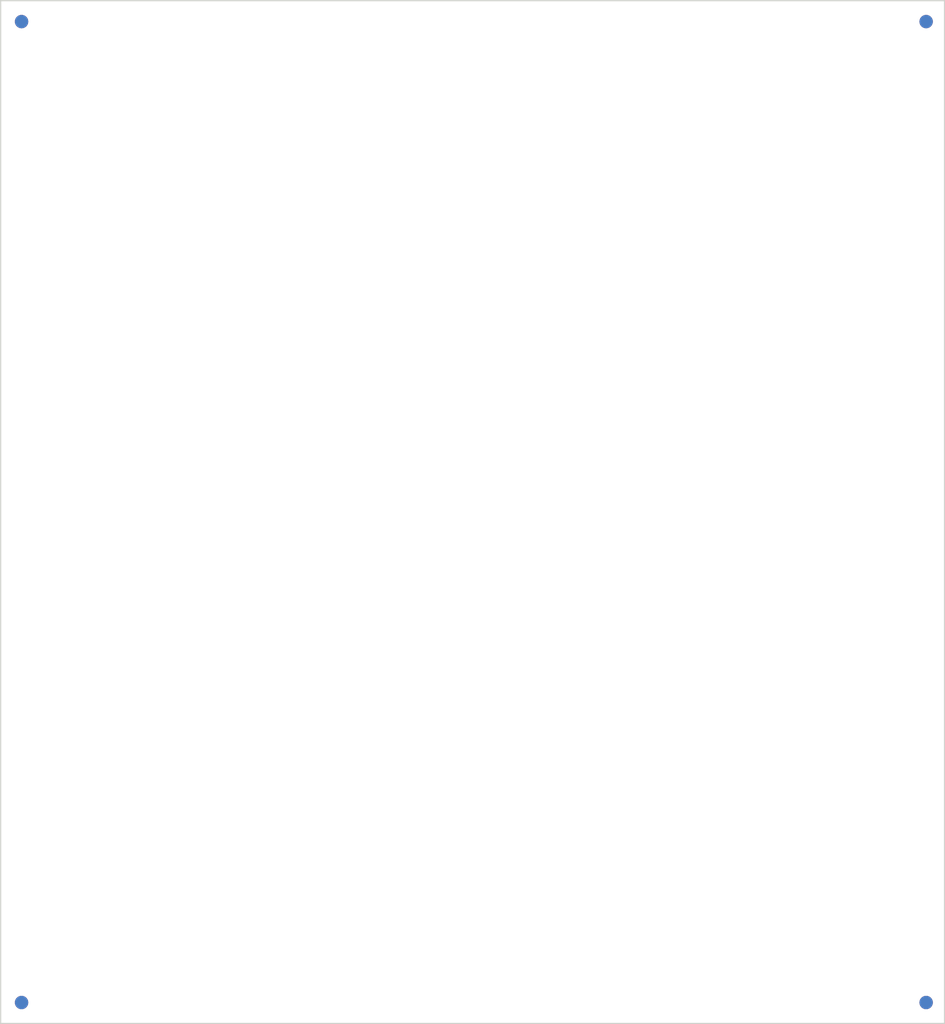
<source format=kicad_pcb>
(kicad_pcb (version 20171130) (host pcbnew "(5.1.4)-1")

  (general
    (thickness 1.6)
    (drawings 22)
    (tracks 0)
    (zones 0)
    (modules 8)
    (nets 1)
  )

  (page A4)
  (layers
    (0 F.Cu signal)
    (1 In1.Cu signal)
    (2 In2.Cu signal)
    (31 B.Cu signal)
    (32 B.Adhes user)
    (33 F.Adhes user)
    (34 B.Paste user)
    (35 F.Paste user)
    (36 B.SilkS user)
    (37 F.SilkS user)
    (38 B.Mask user)
    (39 F.Mask user)
    (40 Dwgs.User user)
    (41 Cmts.User user)
    (42 Eco1.User user)
    (43 Eco2.User user)
    (44 Edge.Cuts user)
    (45 Margin user)
    (46 B.CrtYd user)
    (47 F.CrtYd user)
    (48 B.Fab user)
    (49 F.Fab user)
  )

  (setup
    (last_trace_width 0.15)
    (user_trace_width 0.15)
    (user_trace_width 0.2)
    (user_trace_width 0.25)
    (user_trace_width 0.3)
    (user_trace_width 0.35)
    (user_trace_width 0.4)
    (user_trace_width 0.15)
    (user_trace_width 0.2)
    (user_trace_width 0.25)
    (user_trace_width 0.3)
    (user_trace_width 0.35)
    (user_trace_width 0.4)
    (user_trace_width 0.15)
    (user_trace_width 0.2)
    (user_trace_width 0.25)
    (user_trace_width 0.3)
    (user_trace_width 0.35)
    (user_trace_width 0.4)
    (user_trace_width 0.15)
    (user_trace_width 0.2)
    (user_trace_width 0.25)
    (user_trace_width 0.3)
    (user_trace_width 0.35)
    (user_trace_width 0.4)
    (user_trace_width 0.15)
    (user_trace_width 0.2)
    (user_trace_width 0.25)
    (user_trace_width 0.3)
    (user_trace_width 0.35)
    (user_trace_width 0.4)
    (user_trace_width 0.15)
    (user_trace_width 0.2)
    (user_trace_width 0.25)
    (user_trace_width 0.3)
    (user_trace_width 0.35)
    (user_trace_width 0.4)
    (user_trace_width 0.15)
    (user_trace_width 0.2)
    (user_trace_width 0.25)
    (user_trace_width 0.3)
    (user_trace_width 0.35)
    (user_trace_width 0.4)
    (user_trace_width 0.15)
    (user_trace_width 0.2)
    (user_trace_width 0.25)
    (user_trace_width 0.3)
    (user_trace_width 0.35)
    (user_trace_width 0.4)
    (trace_clearance 0.15)
    (zone_clearance 0.15)
    (zone_45_only no)
    (trace_min 0.15)
    (via_size 0.4)
    (via_drill 0.2)
    (via_min_size 0.4)
    (via_min_drill 0.2)
    (user_via 0.4 0.2)
    (user_via 0.6 0.4)
    (user_via 0.4 0.2)
    (user_via 0.6 0.4)
    (user_via 0.4 0.2)
    (user_via 0.6 0.4)
    (user_via 0.4 0.2)
    (user_via 0.6 0.4)
    (user_via 0.4 0.2)
    (user_via 0.6 0.4)
    (user_via 0.4 0.2)
    (user_via 0.6 0.4)
    (user_via 0.4 0.2)
    (user_via 0.6 0.4)
    (user_via 0.4 0.2)
    (user_via 0.6 0.4)
    (uvia_size 0.3)
    (uvia_drill 0.1)
    (uvias_allowed no)
    (uvia_min_size 0.2)
    (uvia_min_drill 0.1)
    (edge_width 0.15)
    (segment_width 0.2)
    (pcb_text_width 0.3)
    (pcb_text_size 1.5 1.5)
    (mod_edge_width 0.15)
    (mod_text_size 1 1)
    (mod_text_width 0.15)
    (pad_size 1 1)
    (pad_drill 0)
    (pad_to_mask_clearance 0.051)
    (solder_mask_min_width 0.25)
    (aux_axis_origin 0 0)
    (visible_elements 7FFDFF9F)
    (pcbplotparams
      (layerselection 0x310fc_ffffffff)
      (usegerberextensions false)
      (usegerberattributes false)
      (usegerberadvancedattributes false)
      (creategerberjobfile false)
      (excludeedgelayer false)
      (linewidth 0.100000)
      (plotframeref false)
      (viasonmask false)
      (mode 1)
      (useauxorigin false)
      (hpglpennumber 1)
      (hpglpenspeed 20)
      (hpglpendiameter 15.000000)
      (psnegative false)
      (psa4output false)
      (plotreference true)
      (plotvalue false)
      (plotinvisibletext false)
      (padsonsilk false)
      (subtractmaskfromsilk false)
      (outputformat 1)
      (mirror false)
      (drillshape 0)
      (scaleselection 1)
      (outputdirectory "output/"))
  )

  (net 0 "")

  (net_class Default "This is the default net class."
    (clearance 0.15)
    (trace_width 0.15)
    (via_dia 0.4)
    (via_drill 0.2)
    (uvia_dia 0.3)
    (uvia_drill 0.1)
  )

  (module fiducial (layer B.Cu) (tedit 5DBEC3F0) (tstamp 5DBF1D2D)
    (at 105.5 119.5)
    (fp_text reference e (at 0 -2.4) (layer B.SilkS) hide
      (effects (font (size 1 1) (thickness 0.15)) (justify mirror))
    )
    (fp_text value fiducial (at 0 2.2) (layer B.Fab)
      (effects (font (size 1 1) (thickness 0.15)) (justify mirror))
    )
    (pad "" smd circle (at 0 0) (size 1.6 1.6) (layers B.Cu B.Mask)
      (solder_mask_margin 0.8) (clearance 0.8))
  )

  (module fiducial (layer B.Cu) (tedit 5DBFDF18) (tstamp 5DBF1D20)
    (at -2.5 119.5)
    (fp_text reference REF** (at 0 -2.4) (layer B.SilkS) hide
      (effects (font (size 1 1) (thickness 0.15)) (justify mirror))
    )
    (fp_text value fiducial (at 0 2.2) (layer B.Fab)
      (effects (font (size 1 1) (thickness 0.15)) (justify mirror))
    )
    (pad "" smd circle (at 0 0) (size 1.6 1.6) (layers B.Cu B.Mask)
      (solder_mask_margin 0.8) (clearance 0.8))
  )

  (module fiducial (layer B.Cu) (tedit 5DBEC3F0) (tstamp 5DBF1D12)
    (at 105.5 2.5)
    (fp_text reference REF** (at 0 -2.4) (layer B.SilkS) hide
      (effects (font (size 1 1) (thickness 0.15)) (justify mirror))
    )
    (fp_text value fiducial (at 0 2.2) (layer B.Fab)
      (effects (font (size 1 1) (thickness 0.15)) (justify mirror))
    )
    (pad "" smd circle (at 0 0) (size 1.6 1.6) (layers B.Cu B.Mask)
      (solder_mask_margin 0.8) (clearance 0.8))
  )

  (module fiducial (layer B.Cu) (tedit 5DBEC3F0) (tstamp 5DCAD2DA)
    (at -2.5 2.5)
    (fp_text reference REF** (at 0 -2.4) (layer B.SilkS) hide
      (effects (font (size 1 1) (thickness 0.15)) (justify mirror))
    )
    (fp_text value fiducial (at 0 2.2) (layer B.Fab)
      (effects (font (size 1 1) (thickness 0.15)) (justify mirror))
    )
    (pad "" smd circle (at 0 0) (size 1.6 1.6) (layers B.Cu B.Mask)
      (solder_mask_margin 0.8) (clearance 0.8))
  )

  (module fiducial (layer F.Cu) (tedit 5DBEC3F0) (tstamp 5DBF1CD4)
    (at 105.5 119.5)
    (fp_text reference REF** (at 0 2.4) (layer F.SilkS) hide
      (effects (font (size 1 1) (thickness 0.15)))
    )
    (fp_text value fiducial (at 0 -2.2) (layer F.Fab)
      (effects (font (size 1 1) (thickness 0.15)))
    )
    (pad "" smd circle (at 0 0) (size 1.6 1.6) (layers F.Cu F.Mask)
      (solder_mask_margin 0.8) (clearance 0.8))
  )

  (module fiducial (layer F.Cu) (tedit 5DBEC3F0) (tstamp 5DBF1CC5)
    (at 105.5 2.5)
    (fp_text reference REF** (at 0 2.4) (layer F.SilkS) hide
      (effects (font (size 1 1) (thickness 0.15)))
    )
    (fp_text value fiducial (at 0 -2.2) (layer F.Fab)
      (effects (font (size 1 1) (thickness 0.15)))
    )
    (pad "" smd circle (at 0 0) (size 1.6 1.6) (layers F.Cu F.Mask)
      (solder_mask_margin 0.8) (clearance 0.8))
  )

  (module fiducial (layer F.Cu) (tedit 5DBEC3F0) (tstamp 5DBF1CAE)
    (at -2.5 119.5)
    (fp_text reference REF** (at 0 2.4) (layer F.SilkS) hide
      (effects (font (size 1 1) (thickness 0.15)))
    )
    (fp_text value fiducial (at 0 -2.2) (layer F.Fab)
      (effects (font (size 1 1) (thickness 0.15)))
    )
    (pad "" smd circle (at 0 0) (size 1.6 1.6) (layers F.Cu F.Mask)
      (solder_mask_margin 0.8) (clearance 0.8))
  )

  (module fiducial (layer F.Cu) (tedit 5DBEC3F0) (tstamp 5DCAD2E6)
    (at -2.5 2.5)
    (fp_text reference REF** (at 0 2.4) (layer F.SilkS) hide
      (effects (font (size 1 1) (thickness 0.15)))
    )
    (fp_text value fiducial (at 0 -2.2) (layer F.Fab)
      (effects (font (size 1 1) (thickness 0.15)))
    )
    (pad "" smd circle (at 0 0) (size 1.6 1.6) (layers F.Cu F.Mask)
      (solder_mask_margin 0.8) (clearance 0.8))
  )

  (gr_line (start 0 96) (end 102.7 96) (layer Eco2.User) (width 0.15) (tstamp 5E25D0DF))
  (gr_line (start 0 70) (end 102.7 70) (layer Eco2.User) (width 0.15) (tstamp 5E25D0DD))
  (gr_line (start 0 44) (end 102.7 44) (layer Eco2.User) (width 0.15) (tstamp 5E25D0DB))
  (gr_line (start 0 104) (end 102.7 104) (layer Eco2.User) (width 0.15) (tstamp 5E25D0D6))
  (gr_line (start 0 78) (end 102.7 78) (layer Eco2.User) (width 0.15) (tstamp 5E25D0D4))
  (gr_line (start 0 52) (end 102.7 52) (layer Eco2.User) (width 0.15) (tstamp 5E25D0D2))
  (gr_line (start 0 26) (end 102.7 26) (layer Eco2.User) (width 0.15) (tstamp 5DCAD28A))
  (gr_line (start 107.7 0) (end 107.7 122) (layer Edge.Cuts) (width 0.15) (tstamp 5DCAD2CB))
  (gr_line (start -5 0) (end -5 122) (layer Edge.Cuts) (width 0.15) (tstamp 5DCAD2C6))
  (gr_line (start -5 122) (end 107.7 122) (layer Edge.Cuts) (width 0.15) (tstamp 5DCAD2BA))
  (gr_line (start -5 0) (end 107.7 0) (layer Edge.Cuts) (width 0.15) (tstamp 5DCAD2AA))
  (gr_line (start 0 18) (end 102.7 18) (layer Eco2.User) (width 0.15) (tstamp 5DCAD282))
  (gr_line (start 42.28 0) (end 42.28 122) (layer Eco2.User) (width 0.15) (tstamp 5DCAD272))
  (gr_line (start 60.42 0) (end 60.42 122) (layer Eco2.User) (width 0.15) (tstamp 5DCAD269))
  (gr_line (start 18.14 0) (end 18.14 122) (layer Eco2.User) (width 0.15) (tstamp 5DCAD25A))
  (gr_line (start 84.56 0) (end 84.56 122) (layer Eco2.User) (width 0.15) (tstamp 5DCAD276))
  (gr_line (start 63.42 0) (end 63.42 122) (layer Eco2.User) (width 0.15) (tstamp 5DCAD274))
  (gr_line (start 21.14 0) (end 21.14 122) (layer Eco2.User) (width 0.15) (tstamp 5DCAD270))
  (gr_line (start 102.7 0) (end 102.7 122) (layer Eco2.User) (width 0.15) (tstamp 5DCAD26D))
  (gr_line (start 81.56 0) (end 81.56 122) (layer Eco2.User) (width 0.15) (tstamp 5DCAD26B))
  (gr_line (start 39.28 0) (end 39.28 122) (layer Eco2.User) (width 0.15) (tstamp 5DCAD267))
  (gr_line (start 0 0) (end 0 122) (layer Eco2.User) (width 0.15) (tstamp 5DCAD22D))

)

</source>
